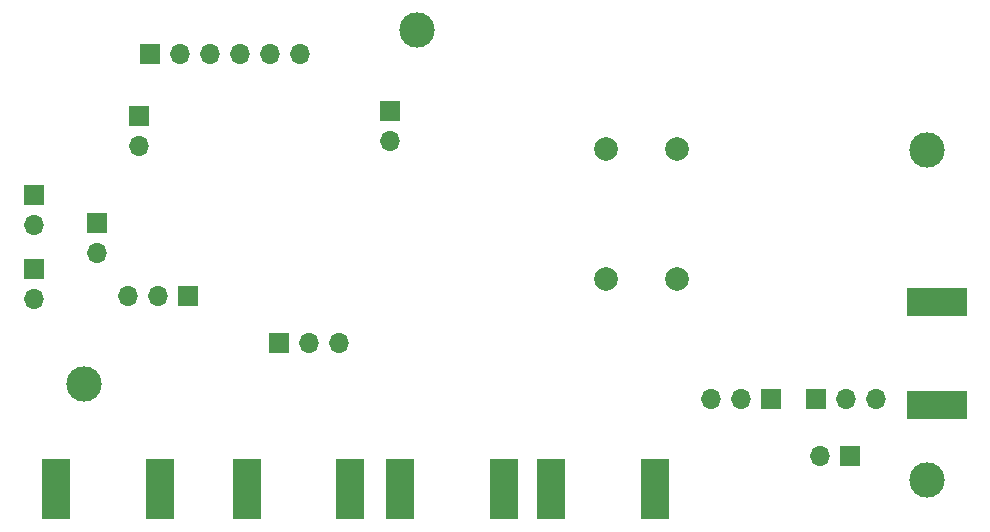
<source format=gbr>
G04 #@! TF.GenerationSoftware,KiCad,Pcbnew,5.99.0+really5.1.10+dfsg1-1*
G04 #@! TF.CreationDate,2022-01-09T21:41:06-05:00*
G04 #@! TF.ProjectId,radio,72616469-6f2e-46b6-9963-61645f706362,rev?*
G04 #@! TF.SameCoordinates,Original*
G04 #@! TF.FileFunction,Soldermask,Bot*
G04 #@! TF.FilePolarity,Negative*
%FSLAX46Y46*%
G04 Gerber Fmt 4.6, Leading zero omitted, Abs format (unit mm)*
G04 Created by KiCad (PCBNEW 5.99.0+really5.1.10+dfsg1-1) date 2022-01-09 21:41:06*
%MOMM*%
%LPD*%
G01*
G04 APERTURE LIST*
%ADD10O,1.700000X1.700000*%
%ADD11R,1.700000X1.700000*%
%ADD12C,3.000000*%
%ADD13R,5.080000X2.413000*%
%ADD14R,2.413000X5.080000*%
%ADD15C,2.000000*%
G04 APERTURE END LIST*
D10*
G04 #@! TO.C,J12*
X191643000Y-114808000D03*
D11*
X194183000Y-114808000D03*
G04 #@! TD*
D12*
G04 #@! TO.C,H4*
X157480000Y-78740000D03*
G04 #@! TD*
G04 #@! TO.C,H3*
X129286000Y-108712000D03*
G04 #@! TD*
G04 #@! TO.C,H2*
X200660000Y-116840000D03*
G04 #@! TD*
G04 #@! TO.C,H1*
X200660000Y-88900000D03*
G04 #@! TD*
D13*
G04 #@! TO.C,J8*
X201485500Y-101727000D03*
X201485500Y-110490000D03*
G04 #@! TD*
D14*
G04 #@! TO.C,J5*
X143065500Y-117602000D03*
X151828500Y-117602000D03*
G04 #@! TD*
G04 #@! TO.C,J4*
X135699500Y-117602000D03*
X126936500Y-117602000D03*
G04 #@! TD*
G04 #@! TO.C,J3*
X156083000Y-117602000D03*
X164846000Y-117602000D03*
G04 #@! TD*
G04 #@! TO.C,J2*
X168859200Y-117602000D03*
X177622200Y-117602000D03*
G04 #@! TD*
D15*
G04 #@! TO.C,T1*
X179471840Y-99758500D03*
X179471840Y-88758500D03*
X173471840Y-99758500D03*
X173471840Y-88758500D03*
G04 #@! TD*
D10*
G04 #@! TO.C,JP11*
X132994400Y-101193600D03*
X135534400Y-101193600D03*
D11*
X138074400Y-101193600D03*
G04 #@! TD*
D10*
G04 #@! TO.C,JP4*
X150876000Y-105219500D03*
X148336000Y-105219500D03*
D11*
X145796000Y-105219500D03*
G04 #@! TD*
D10*
G04 #@! TO.C,JP2*
X182372000Y-109982000D03*
X184912000Y-109982000D03*
D11*
X187452000Y-109982000D03*
G04 #@! TD*
D10*
G04 #@! TO.C,JP1*
X196342000Y-109982000D03*
X193802000Y-109982000D03*
D11*
X191262000Y-109982000D03*
G04 #@! TD*
D10*
G04 #@! TO.C,J11*
X155194000Y-88138000D03*
D11*
X155194000Y-85598000D03*
G04 #@! TD*
D10*
G04 #@! TO.C,J10*
X133985000Y-88519000D03*
D11*
X133985000Y-85979000D03*
G04 #@! TD*
D10*
G04 #@! TO.C,J9*
X147574000Y-80772000D03*
X145034000Y-80772000D03*
X142494000Y-80772000D03*
X139954000Y-80772000D03*
X137414000Y-80772000D03*
D11*
X134874000Y-80772000D03*
G04 #@! TD*
D10*
G04 #@! TO.C,J7*
X125095000Y-101473000D03*
D11*
X125095000Y-98933000D03*
G04 #@! TD*
D10*
G04 #@! TO.C,J6*
X130429000Y-97599500D03*
D11*
X130429000Y-95059500D03*
G04 #@! TD*
D10*
G04 #@! TO.C,J1*
X125031500Y-95186500D03*
D11*
X125031500Y-92646500D03*
G04 #@! TD*
M02*

</source>
